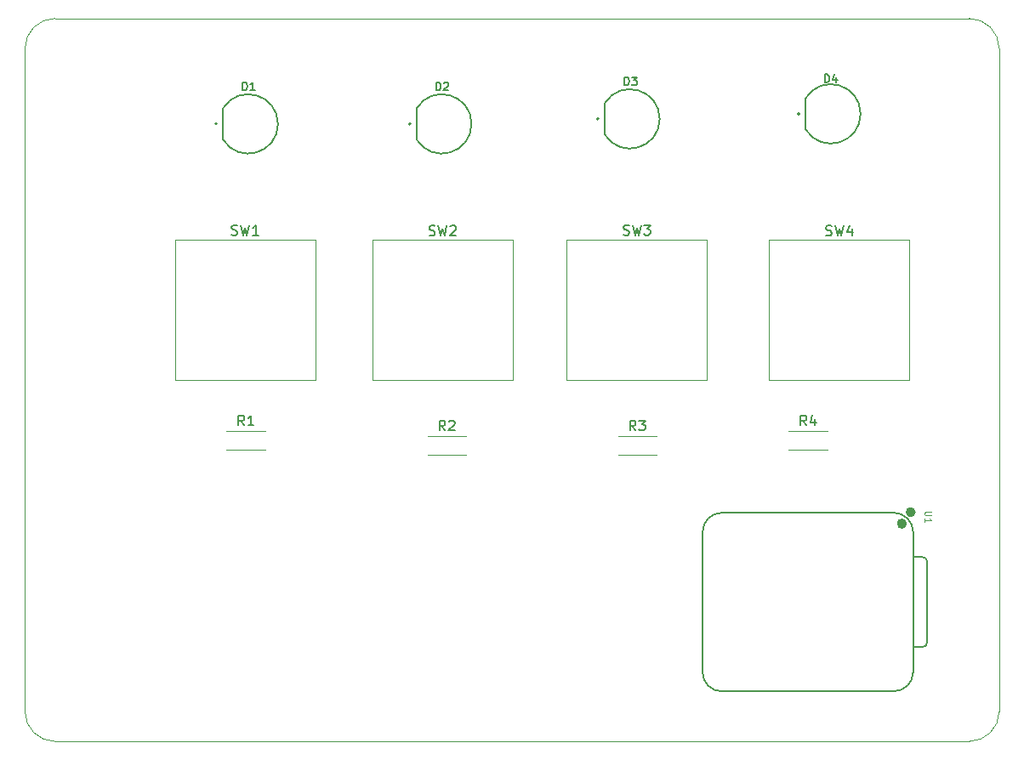
<source format=gbr>
%TF.GenerationSoftware,KiCad,Pcbnew,9.0.3-9.0.3-0~ubuntu24.04.1*%
%TF.CreationDate,2025-07-29T06:12:15+03:00*%
%TF.ProjectId,PCB,5043422e-6b69-4636-9164-5f7063625858,rev?*%
%TF.SameCoordinates,Original*%
%TF.FileFunction,Legend,Top*%
%TF.FilePolarity,Positive*%
%FSLAX46Y46*%
G04 Gerber Fmt 4.6, Leading zero omitted, Abs format (unit mm)*
G04 Created by KiCad (PCBNEW 9.0.3-9.0.3-0~ubuntu24.04.1) date 2025-07-29 06:12:15*
%MOMM*%
%LPD*%
G01*
G04 APERTURE LIST*
%ADD10C,0.100000*%
%ADD11C,0.101600*%
%ADD12C,0.150000*%
%ADD13C,0.504000*%
%ADD14C,0.127000*%
%ADD15C,0.120000*%
%ADD16C,0.200000*%
G04 APERTURE END LIST*
D10*
X145000000Y-51000000D02*
G75*
G02*
X148000000Y-48000000I3000000J0D01*
G01*
X148000000Y-120000000D02*
G75*
G02*
X145000000Y-117000000I0J3000000D01*
G01*
X239000000Y-48000000D02*
G75*
G02*
X242000000Y-51000000I0J-3000000D01*
G01*
X242000000Y-117000000D02*
G75*
G02*
X239000000Y-120000000I-3000000J0D01*
G01*
X145000000Y-117000000D02*
X145000000Y-51000000D01*
X148000000Y-48000000D02*
X239000000Y-48000000D01*
X239000000Y-120000000D02*
X148000000Y-120000000D01*
X242000000Y-51000000D02*
X242000000Y-117000000D01*
D11*
X235226520Y-97136190D02*
X234712473Y-97136190D01*
X234712473Y-97136190D02*
X234651997Y-97166428D01*
X234651997Y-97166428D02*
X234621759Y-97196666D01*
X234621759Y-97196666D02*
X234591520Y-97257142D01*
X234591520Y-97257142D02*
X234591520Y-97378095D01*
X234591520Y-97378095D02*
X234621759Y-97438571D01*
X234621759Y-97438571D02*
X234651997Y-97468809D01*
X234651997Y-97468809D02*
X234712473Y-97499047D01*
X234712473Y-97499047D02*
X235226520Y-97499047D01*
X234591520Y-98134047D02*
X234591520Y-97771190D01*
X234591520Y-97952618D02*
X235226520Y-97952618D01*
X235226520Y-97952618D02*
X235135806Y-97892142D01*
X235135806Y-97892142D02*
X235075330Y-97831666D01*
X235075330Y-97831666D02*
X235045092Y-97771190D01*
D12*
X222793333Y-88534819D02*
X222460000Y-88058628D01*
X222221905Y-88534819D02*
X222221905Y-87534819D01*
X222221905Y-87534819D02*
X222602857Y-87534819D01*
X222602857Y-87534819D02*
X222698095Y-87582438D01*
X222698095Y-87582438D02*
X222745714Y-87630057D01*
X222745714Y-87630057D02*
X222793333Y-87725295D01*
X222793333Y-87725295D02*
X222793333Y-87868152D01*
X222793333Y-87868152D02*
X222745714Y-87963390D01*
X222745714Y-87963390D02*
X222698095Y-88011009D01*
X222698095Y-88011009D02*
X222602857Y-88058628D01*
X222602857Y-88058628D02*
X222221905Y-88058628D01*
X223650476Y-87868152D02*
X223650476Y-88534819D01*
X223412381Y-87487200D02*
X223174286Y-88201485D01*
X223174286Y-88201485D02*
X223793333Y-88201485D01*
X166679524Y-55154295D02*
X166679524Y-54354295D01*
X166679524Y-54354295D02*
X166870000Y-54354295D01*
X166870000Y-54354295D02*
X166984286Y-54392390D01*
X166984286Y-54392390D02*
X167060476Y-54468580D01*
X167060476Y-54468580D02*
X167098571Y-54544771D01*
X167098571Y-54544771D02*
X167136667Y-54697152D01*
X167136667Y-54697152D02*
X167136667Y-54811438D01*
X167136667Y-54811438D02*
X167098571Y-54963819D01*
X167098571Y-54963819D02*
X167060476Y-55040009D01*
X167060476Y-55040009D02*
X166984286Y-55116200D01*
X166984286Y-55116200D02*
X166870000Y-55154295D01*
X166870000Y-55154295D02*
X166679524Y-55154295D01*
X167898571Y-55154295D02*
X167441428Y-55154295D01*
X167670000Y-55154295D02*
X167670000Y-54354295D01*
X167670000Y-54354295D02*
X167593809Y-54468580D01*
X167593809Y-54468580D02*
X167517619Y-54544771D01*
X167517619Y-54544771D02*
X167441428Y-54582866D01*
X224746667Y-69573200D02*
X224889524Y-69620819D01*
X224889524Y-69620819D02*
X225127619Y-69620819D01*
X225127619Y-69620819D02*
X225222857Y-69573200D01*
X225222857Y-69573200D02*
X225270476Y-69525580D01*
X225270476Y-69525580D02*
X225318095Y-69430342D01*
X225318095Y-69430342D02*
X225318095Y-69335104D01*
X225318095Y-69335104D02*
X225270476Y-69239866D01*
X225270476Y-69239866D02*
X225222857Y-69192247D01*
X225222857Y-69192247D02*
X225127619Y-69144628D01*
X225127619Y-69144628D02*
X224937143Y-69097009D01*
X224937143Y-69097009D02*
X224841905Y-69049390D01*
X224841905Y-69049390D02*
X224794286Y-69001771D01*
X224794286Y-69001771D02*
X224746667Y-68906533D01*
X224746667Y-68906533D02*
X224746667Y-68811295D01*
X224746667Y-68811295D02*
X224794286Y-68716057D01*
X224794286Y-68716057D02*
X224841905Y-68668438D01*
X224841905Y-68668438D02*
X224937143Y-68620819D01*
X224937143Y-68620819D02*
X225175238Y-68620819D01*
X225175238Y-68620819D02*
X225318095Y-68668438D01*
X225651429Y-68620819D02*
X225889524Y-69620819D01*
X225889524Y-69620819D02*
X226080000Y-68906533D01*
X226080000Y-68906533D02*
X226270476Y-69620819D01*
X226270476Y-69620819D02*
X226508572Y-68620819D01*
X227318095Y-68954152D02*
X227318095Y-69620819D01*
X227080000Y-68573200D02*
X226841905Y-69287485D01*
X226841905Y-69287485D02*
X227460952Y-69287485D01*
X204586667Y-69533200D02*
X204729524Y-69580819D01*
X204729524Y-69580819D02*
X204967619Y-69580819D01*
X204967619Y-69580819D02*
X205062857Y-69533200D01*
X205062857Y-69533200D02*
X205110476Y-69485580D01*
X205110476Y-69485580D02*
X205158095Y-69390342D01*
X205158095Y-69390342D02*
X205158095Y-69295104D01*
X205158095Y-69295104D02*
X205110476Y-69199866D01*
X205110476Y-69199866D02*
X205062857Y-69152247D01*
X205062857Y-69152247D02*
X204967619Y-69104628D01*
X204967619Y-69104628D02*
X204777143Y-69057009D01*
X204777143Y-69057009D02*
X204681905Y-69009390D01*
X204681905Y-69009390D02*
X204634286Y-68961771D01*
X204634286Y-68961771D02*
X204586667Y-68866533D01*
X204586667Y-68866533D02*
X204586667Y-68771295D01*
X204586667Y-68771295D02*
X204634286Y-68676057D01*
X204634286Y-68676057D02*
X204681905Y-68628438D01*
X204681905Y-68628438D02*
X204777143Y-68580819D01*
X204777143Y-68580819D02*
X205015238Y-68580819D01*
X205015238Y-68580819D02*
X205158095Y-68628438D01*
X205491429Y-68580819D02*
X205729524Y-69580819D01*
X205729524Y-69580819D02*
X205920000Y-68866533D01*
X205920000Y-68866533D02*
X206110476Y-69580819D01*
X206110476Y-69580819D02*
X206348572Y-68580819D01*
X206634286Y-68580819D02*
X207253333Y-68580819D01*
X207253333Y-68580819D02*
X206920000Y-68961771D01*
X206920000Y-68961771D02*
X207062857Y-68961771D01*
X207062857Y-68961771D02*
X207158095Y-69009390D01*
X207158095Y-69009390D02*
X207205714Y-69057009D01*
X207205714Y-69057009D02*
X207253333Y-69152247D01*
X207253333Y-69152247D02*
X207253333Y-69390342D01*
X207253333Y-69390342D02*
X207205714Y-69485580D01*
X207205714Y-69485580D02*
X207158095Y-69533200D01*
X207158095Y-69533200D02*
X207062857Y-69580819D01*
X207062857Y-69580819D02*
X206777143Y-69580819D01*
X206777143Y-69580819D02*
X206681905Y-69533200D01*
X206681905Y-69533200D02*
X206634286Y-69485580D01*
X185246667Y-69573200D02*
X185389524Y-69620819D01*
X185389524Y-69620819D02*
X185627619Y-69620819D01*
X185627619Y-69620819D02*
X185722857Y-69573200D01*
X185722857Y-69573200D02*
X185770476Y-69525580D01*
X185770476Y-69525580D02*
X185818095Y-69430342D01*
X185818095Y-69430342D02*
X185818095Y-69335104D01*
X185818095Y-69335104D02*
X185770476Y-69239866D01*
X185770476Y-69239866D02*
X185722857Y-69192247D01*
X185722857Y-69192247D02*
X185627619Y-69144628D01*
X185627619Y-69144628D02*
X185437143Y-69097009D01*
X185437143Y-69097009D02*
X185341905Y-69049390D01*
X185341905Y-69049390D02*
X185294286Y-69001771D01*
X185294286Y-69001771D02*
X185246667Y-68906533D01*
X185246667Y-68906533D02*
X185246667Y-68811295D01*
X185246667Y-68811295D02*
X185294286Y-68716057D01*
X185294286Y-68716057D02*
X185341905Y-68668438D01*
X185341905Y-68668438D02*
X185437143Y-68620819D01*
X185437143Y-68620819D02*
X185675238Y-68620819D01*
X185675238Y-68620819D02*
X185818095Y-68668438D01*
X186151429Y-68620819D02*
X186389524Y-69620819D01*
X186389524Y-69620819D02*
X186580000Y-68906533D01*
X186580000Y-68906533D02*
X186770476Y-69620819D01*
X186770476Y-69620819D02*
X187008572Y-68620819D01*
X187341905Y-68716057D02*
X187389524Y-68668438D01*
X187389524Y-68668438D02*
X187484762Y-68620819D01*
X187484762Y-68620819D02*
X187722857Y-68620819D01*
X187722857Y-68620819D02*
X187818095Y-68668438D01*
X187818095Y-68668438D02*
X187865714Y-68716057D01*
X187865714Y-68716057D02*
X187913333Y-68811295D01*
X187913333Y-68811295D02*
X187913333Y-68906533D01*
X187913333Y-68906533D02*
X187865714Y-69049390D01*
X187865714Y-69049390D02*
X187294286Y-69620819D01*
X187294286Y-69620819D02*
X187913333Y-69620819D01*
X165586667Y-69533200D02*
X165729524Y-69580819D01*
X165729524Y-69580819D02*
X165967619Y-69580819D01*
X165967619Y-69580819D02*
X166062857Y-69533200D01*
X166062857Y-69533200D02*
X166110476Y-69485580D01*
X166110476Y-69485580D02*
X166158095Y-69390342D01*
X166158095Y-69390342D02*
X166158095Y-69295104D01*
X166158095Y-69295104D02*
X166110476Y-69199866D01*
X166110476Y-69199866D02*
X166062857Y-69152247D01*
X166062857Y-69152247D02*
X165967619Y-69104628D01*
X165967619Y-69104628D02*
X165777143Y-69057009D01*
X165777143Y-69057009D02*
X165681905Y-69009390D01*
X165681905Y-69009390D02*
X165634286Y-68961771D01*
X165634286Y-68961771D02*
X165586667Y-68866533D01*
X165586667Y-68866533D02*
X165586667Y-68771295D01*
X165586667Y-68771295D02*
X165634286Y-68676057D01*
X165634286Y-68676057D02*
X165681905Y-68628438D01*
X165681905Y-68628438D02*
X165777143Y-68580819D01*
X165777143Y-68580819D02*
X166015238Y-68580819D01*
X166015238Y-68580819D02*
X166158095Y-68628438D01*
X166491429Y-68580819D02*
X166729524Y-69580819D01*
X166729524Y-69580819D02*
X166920000Y-68866533D01*
X166920000Y-68866533D02*
X167110476Y-69580819D01*
X167110476Y-69580819D02*
X167348572Y-68580819D01*
X168253333Y-69580819D02*
X167681905Y-69580819D01*
X167967619Y-69580819D02*
X167967619Y-68580819D01*
X167967619Y-68580819D02*
X167872381Y-68723676D01*
X167872381Y-68723676D02*
X167777143Y-68818914D01*
X167777143Y-68818914D02*
X167681905Y-68866533D01*
X205793333Y-89034819D02*
X205460000Y-88558628D01*
X205221905Y-89034819D02*
X205221905Y-88034819D01*
X205221905Y-88034819D02*
X205602857Y-88034819D01*
X205602857Y-88034819D02*
X205698095Y-88082438D01*
X205698095Y-88082438D02*
X205745714Y-88130057D01*
X205745714Y-88130057D02*
X205793333Y-88225295D01*
X205793333Y-88225295D02*
X205793333Y-88368152D01*
X205793333Y-88368152D02*
X205745714Y-88463390D01*
X205745714Y-88463390D02*
X205698095Y-88511009D01*
X205698095Y-88511009D02*
X205602857Y-88558628D01*
X205602857Y-88558628D02*
X205221905Y-88558628D01*
X206126667Y-88034819D02*
X206745714Y-88034819D01*
X206745714Y-88034819D02*
X206412381Y-88415771D01*
X206412381Y-88415771D02*
X206555238Y-88415771D01*
X206555238Y-88415771D02*
X206650476Y-88463390D01*
X206650476Y-88463390D02*
X206698095Y-88511009D01*
X206698095Y-88511009D02*
X206745714Y-88606247D01*
X206745714Y-88606247D02*
X206745714Y-88844342D01*
X206745714Y-88844342D02*
X206698095Y-88939580D01*
X206698095Y-88939580D02*
X206650476Y-88987200D01*
X206650476Y-88987200D02*
X206555238Y-89034819D01*
X206555238Y-89034819D02*
X206269524Y-89034819D01*
X206269524Y-89034819D02*
X206174286Y-88987200D01*
X206174286Y-88987200D02*
X206126667Y-88939580D01*
X186833333Y-89034819D02*
X186500000Y-88558628D01*
X186261905Y-89034819D02*
X186261905Y-88034819D01*
X186261905Y-88034819D02*
X186642857Y-88034819D01*
X186642857Y-88034819D02*
X186738095Y-88082438D01*
X186738095Y-88082438D02*
X186785714Y-88130057D01*
X186785714Y-88130057D02*
X186833333Y-88225295D01*
X186833333Y-88225295D02*
X186833333Y-88368152D01*
X186833333Y-88368152D02*
X186785714Y-88463390D01*
X186785714Y-88463390D02*
X186738095Y-88511009D01*
X186738095Y-88511009D02*
X186642857Y-88558628D01*
X186642857Y-88558628D02*
X186261905Y-88558628D01*
X187214286Y-88130057D02*
X187261905Y-88082438D01*
X187261905Y-88082438D02*
X187357143Y-88034819D01*
X187357143Y-88034819D02*
X187595238Y-88034819D01*
X187595238Y-88034819D02*
X187690476Y-88082438D01*
X187690476Y-88082438D02*
X187738095Y-88130057D01*
X187738095Y-88130057D02*
X187785714Y-88225295D01*
X187785714Y-88225295D02*
X187785714Y-88320533D01*
X187785714Y-88320533D02*
X187738095Y-88463390D01*
X187738095Y-88463390D02*
X187166667Y-89034819D01*
X187166667Y-89034819D02*
X187785714Y-89034819D01*
X224639524Y-54362295D02*
X224639524Y-53562295D01*
X224639524Y-53562295D02*
X224830000Y-53562295D01*
X224830000Y-53562295D02*
X224944286Y-53600390D01*
X224944286Y-53600390D02*
X225020476Y-53676580D01*
X225020476Y-53676580D02*
X225058571Y-53752771D01*
X225058571Y-53752771D02*
X225096667Y-53905152D01*
X225096667Y-53905152D02*
X225096667Y-54019438D01*
X225096667Y-54019438D02*
X225058571Y-54171819D01*
X225058571Y-54171819D02*
X225020476Y-54248009D01*
X225020476Y-54248009D02*
X224944286Y-54324200D01*
X224944286Y-54324200D02*
X224830000Y-54362295D01*
X224830000Y-54362295D02*
X224639524Y-54362295D01*
X225782381Y-53828961D02*
X225782381Y-54362295D01*
X225591905Y-53524200D02*
X225401428Y-54095628D01*
X225401428Y-54095628D02*
X225896667Y-54095628D01*
X204679524Y-54654295D02*
X204679524Y-53854295D01*
X204679524Y-53854295D02*
X204870000Y-53854295D01*
X204870000Y-53854295D02*
X204984286Y-53892390D01*
X204984286Y-53892390D02*
X205060476Y-53968580D01*
X205060476Y-53968580D02*
X205098571Y-54044771D01*
X205098571Y-54044771D02*
X205136667Y-54197152D01*
X205136667Y-54197152D02*
X205136667Y-54311438D01*
X205136667Y-54311438D02*
X205098571Y-54463819D01*
X205098571Y-54463819D02*
X205060476Y-54540009D01*
X205060476Y-54540009D02*
X204984286Y-54616200D01*
X204984286Y-54616200D02*
X204870000Y-54654295D01*
X204870000Y-54654295D02*
X204679524Y-54654295D01*
X205403333Y-53854295D02*
X205898571Y-53854295D01*
X205898571Y-53854295D02*
X205631905Y-54159057D01*
X205631905Y-54159057D02*
X205746190Y-54159057D01*
X205746190Y-54159057D02*
X205822381Y-54197152D01*
X205822381Y-54197152D02*
X205860476Y-54235247D01*
X205860476Y-54235247D02*
X205898571Y-54311438D01*
X205898571Y-54311438D02*
X205898571Y-54501914D01*
X205898571Y-54501914D02*
X205860476Y-54578104D01*
X205860476Y-54578104D02*
X205822381Y-54616200D01*
X205822381Y-54616200D02*
X205746190Y-54654295D01*
X205746190Y-54654295D02*
X205517619Y-54654295D01*
X205517619Y-54654295D02*
X205441428Y-54616200D01*
X205441428Y-54616200D02*
X205403333Y-54578104D01*
X185949524Y-55154295D02*
X185949524Y-54354295D01*
X185949524Y-54354295D02*
X186140000Y-54354295D01*
X186140000Y-54354295D02*
X186254286Y-54392390D01*
X186254286Y-54392390D02*
X186330476Y-54468580D01*
X186330476Y-54468580D02*
X186368571Y-54544771D01*
X186368571Y-54544771D02*
X186406667Y-54697152D01*
X186406667Y-54697152D02*
X186406667Y-54811438D01*
X186406667Y-54811438D02*
X186368571Y-54963819D01*
X186368571Y-54963819D02*
X186330476Y-55040009D01*
X186330476Y-55040009D02*
X186254286Y-55116200D01*
X186254286Y-55116200D02*
X186140000Y-55154295D01*
X186140000Y-55154295D02*
X185949524Y-55154295D01*
X186711428Y-54430485D02*
X186749524Y-54392390D01*
X186749524Y-54392390D02*
X186825714Y-54354295D01*
X186825714Y-54354295D02*
X187016190Y-54354295D01*
X187016190Y-54354295D02*
X187092381Y-54392390D01*
X187092381Y-54392390D02*
X187130476Y-54430485D01*
X187130476Y-54430485D02*
X187168571Y-54506676D01*
X187168571Y-54506676D02*
X187168571Y-54582866D01*
X187168571Y-54582866D02*
X187130476Y-54697152D01*
X187130476Y-54697152D02*
X186673333Y-55154295D01*
X186673333Y-55154295D02*
X187168571Y-55154295D01*
X166833333Y-88534819D02*
X166500000Y-88058628D01*
X166261905Y-88534819D02*
X166261905Y-87534819D01*
X166261905Y-87534819D02*
X166642857Y-87534819D01*
X166642857Y-87534819D02*
X166738095Y-87582438D01*
X166738095Y-87582438D02*
X166785714Y-87630057D01*
X166785714Y-87630057D02*
X166833333Y-87725295D01*
X166833333Y-87725295D02*
X166833333Y-87868152D01*
X166833333Y-87868152D02*
X166785714Y-87963390D01*
X166785714Y-87963390D02*
X166738095Y-88011009D01*
X166738095Y-88011009D02*
X166642857Y-88058628D01*
X166642857Y-88058628D02*
X166261905Y-88058628D01*
X167785714Y-88534819D02*
X167214286Y-88534819D01*
X167500000Y-88534819D02*
X167500000Y-87534819D01*
X167500000Y-87534819D02*
X167404762Y-87677676D01*
X167404762Y-87677676D02*
X167309524Y-87772914D01*
X167309524Y-87772914D02*
X167214286Y-87820533D01*
%TO.C,U1*%
D13*
X232552000Y-98313000D02*
G75*
G02*
X232048000Y-98313000I-252000J0D01*
G01*
X232048000Y-98313000D02*
G75*
G02*
X232552000Y-98313000I252000J0D01*
G01*
X233432000Y-97170000D02*
G75*
G02*
X232928000Y-97170000I-252000J0D01*
G01*
X232928000Y-97170000D02*
G75*
G02*
X233432000Y-97170000I252000J0D01*
G01*
D14*
X214371000Y-115010000D02*
G75*
G02*
X212466000Y-113105000I0J1905000D01*
G01*
X233421000Y-113105000D02*
G75*
G02*
X231516000Y-115010000I-1905000J0D01*
G01*
X234831000Y-110124000D02*
G75*
G02*
X234331000Y-110624000I-500000J0D01*
G01*
X234331272Y-101628728D02*
G75*
G02*
X234830999Y-102128728I-291J-500018D01*
G01*
X212466000Y-99135000D02*
G75*
G02*
X214371000Y-97230000I1905001J-1D01*
G01*
X231516000Y-97230000D02*
G75*
G02*
X233421000Y-99135000I-1J-1905001D01*
G01*
X214371000Y-115010000D02*
X231516000Y-115010000D01*
X233421000Y-113105000D02*
X233421000Y-99135000D01*
D10*
X233421000Y-113105000D02*
X233421000Y-99135000D01*
D14*
X234331000Y-110624000D02*
X233421000Y-110624000D01*
X234831000Y-102128728D02*
X234831000Y-110124000D01*
X233421000Y-101625000D02*
X234331272Y-101628728D01*
X212466000Y-99135000D02*
X212466000Y-113105000D01*
X214371000Y-97230000D02*
X231516000Y-97230000D01*
D15*
%TO.C,R4*%
X221040000Y-90920000D02*
X224880000Y-90920000D01*
X221040000Y-89080000D02*
X224880000Y-89080000D01*
D14*
%TO.C,D1*%
X164730000Y-56934000D02*
G75*
G02*
X164730000Y-60066000I2506124J-1566000D01*
G01*
X164730000Y-56934000D02*
X164730000Y-60066000D01*
D16*
X164130000Y-58500000D02*
G75*
G02*
X163930000Y-58500000I-100000J0D01*
G01*
X163930000Y-58500000D02*
G75*
G02*
X164130000Y-58500000I100000J0D01*
G01*
D15*
%TO.C,SW4*%
X219095000Y-70055000D02*
X233065000Y-70055000D01*
X219095000Y-84025000D02*
X219095000Y-70055000D01*
X233065000Y-70055000D02*
X233065000Y-84025000D01*
X233065000Y-84025000D02*
X219095000Y-84025000D01*
%TO.C,SW3*%
X198935000Y-70015000D02*
X212905000Y-70015000D01*
X198935000Y-83985000D02*
X198935000Y-70015000D01*
X212905000Y-70015000D02*
X212905000Y-83985000D01*
X212905000Y-83985000D02*
X198935000Y-83985000D01*
%TO.C,SW2*%
X179595000Y-70055000D02*
X193565000Y-70055000D01*
X179595000Y-84025000D02*
X179595000Y-70055000D01*
X193565000Y-70055000D02*
X193565000Y-84025000D01*
X193565000Y-84025000D02*
X179595000Y-84025000D01*
%TO.C,SW1*%
X159935000Y-70015000D02*
X173905000Y-70015000D01*
X159935000Y-83985000D02*
X159935000Y-70015000D01*
X173905000Y-70015000D02*
X173905000Y-83985000D01*
X173905000Y-83985000D02*
X159935000Y-83985000D01*
%TO.C,R3*%
X204040000Y-89580000D02*
X207880000Y-89580000D01*
X204040000Y-91420000D02*
X207880000Y-91420000D01*
%TO.C,R2*%
X185080000Y-89580000D02*
X188920000Y-89580000D01*
X185080000Y-91420000D02*
X188920000Y-91420000D01*
D16*
%TO.C,D4*%
X222130000Y-57500000D02*
G75*
G02*
X221930000Y-57500000I-100000J0D01*
G01*
X221930000Y-57500000D02*
G75*
G02*
X222130000Y-57500000I100000J0D01*
G01*
D14*
X222730000Y-55934000D02*
X222730000Y-59066000D01*
X222730000Y-55934000D02*
G75*
G02*
X222730000Y-59066000I2506124J-1566000D01*
G01*
D16*
%TO.C,D3*%
X202130000Y-58000000D02*
G75*
G02*
X201930000Y-58000000I-100000J0D01*
G01*
X201930000Y-58000000D02*
G75*
G02*
X202130000Y-58000000I100000J0D01*
G01*
D14*
X202730000Y-56434000D02*
X202730000Y-59566000D01*
X202730000Y-56434000D02*
G75*
G02*
X202730000Y-59566000I2506124J-1566000D01*
G01*
D16*
%TO.C,D2*%
X183400000Y-58500000D02*
G75*
G02*
X183200000Y-58500000I-100000J0D01*
G01*
X183200000Y-58500000D02*
G75*
G02*
X183400000Y-58500000I100000J0D01*
G01*
D14*
X184000000Y-56934000D02*
X184000000Y-60066000D01*
X184000000Y-56934000D02*
G75*
G02*
X184000000Y-60066000I2506124J-1566000D01*
G01*
D15*
%TO.C,R1*%
X165080000Y-89080000D02*
X168920000Y-89080000D01*
X165080000Y-90920000D02*
X168920000Y-90920000D01*
%TD*%
M02*

</source>
